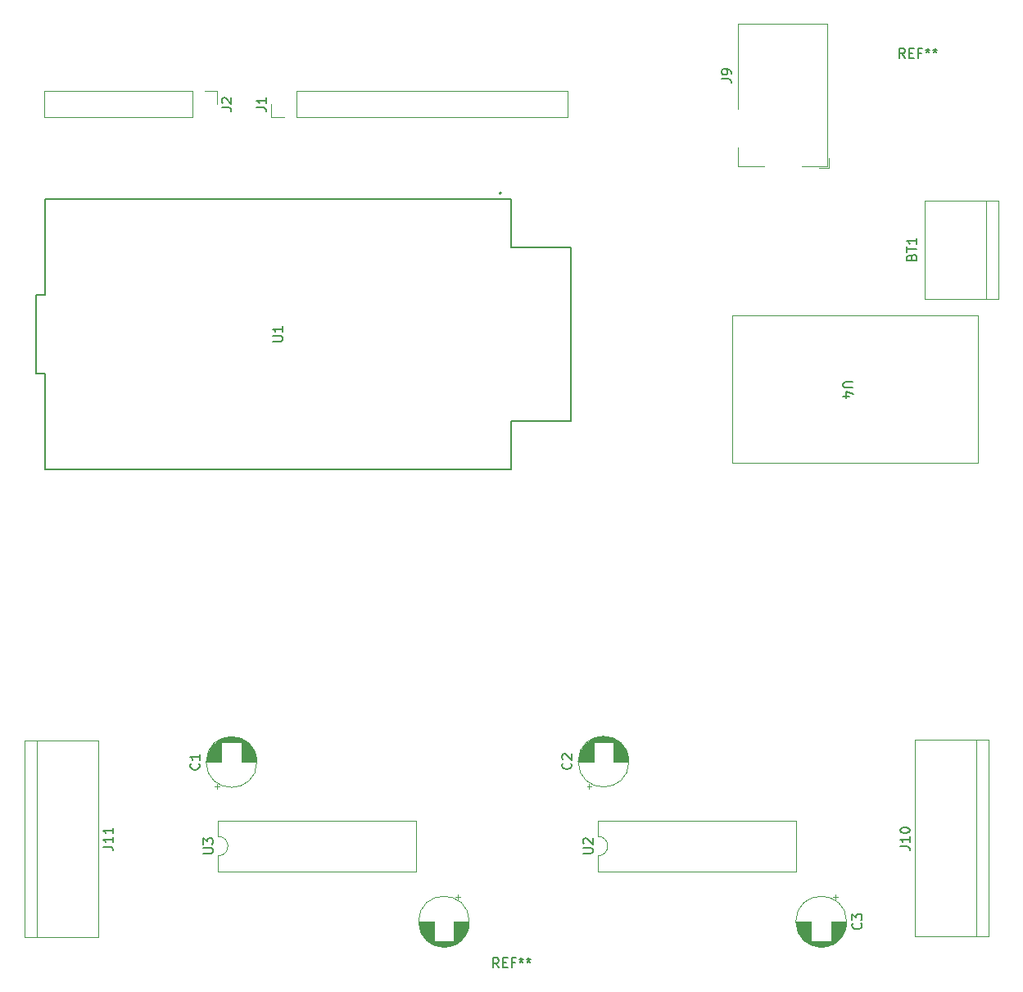
<source format=gbr>
%TF.GenerationSoftware,KiCad,Pcbnew,8.0.5*%
%TF.CreationDate,2024-09-23T14:05:06-05:00*%
%TF.ProjectId,LogicR,4c6f6769-6352-42e6-9b69-6361645f7063,rev?*%
%TF.SameCoordinates,Original*%
%TF.FileFunction,Legend,Top*%
%TF.FilePolarity,Positive*%
%FSLAX46Y46*%
G04 Gerber Fmt 4.6, Leading zero omitted, Abs format (unit mm)*
G04 Created by KiCad (PCBNEW 8.0.5) date 2024-09-23 14:05:06*
%MOMM*%
%LPD*%
G01*
G04 APERTURE LIST*
%ADD10C,0.150000*%
%ADD11C,0.120000*%
%ADD12C,0.127000*%
%ADD13C,0.200000*%
G04 APERTURE END LIST*
D10*
X107609580Y-121621778D02*
X107657200Y-121669397D01*
X107657200Y-121669397D02*
X107704819Y-121812254D01*
X107704819Y-121812254D02*
X107704819Y-121907492D01*
X107704819Y-121907492D02*
X107657200Y-122050349D01*
X107657200Y-122050349D02*
X107561961Y-122145587D01*
X107561961Y-122145587D02*
X107466723Y-122193206D01*
X107466723Y-122193206D02*
X107276247Y-122240825D01*
X107276247Y-122240825D02*
X107133390Y-122240825D01*
X107133390Y-122240825D02*
X106942914Y-122193206D01*
X106942914Y-122193206D02*
X106847676Y-122145587D01*
X106847676Y-122145587D02*
X106752438Y-122050349D01*
X106752438Y-122050349D02*
X106704819Y-121907492D01*
X106704819Y-121907492D02*
X106704819Y-121812254D01*
X106704819Y-121812254D02*
X106752438Y-121669397D01*
X106752438Y-121669397D02*
X106800057Y-121621778D01*
X106800057Y-121240825D02*
X106752438Y-121193206D01*
X106752438Y-121193206D02*
X106704819Y-121097968D01*
X106704819Y-121097968D02*
X106704819Y-120859873D01*
X106704819Y-120859873D02*
X106752438Y-120764635D01*
X106752438Y-120764635D02*
X106800057Y-120717016D01*
X106800057Y-120717016D02*
X106895295Y-120669397D01*
X106895295Y-120669397D02*
X106990533Y-120669397D01*
X106990533Y-120669397D02*
X107133390Y-120717016D01*
X107133390Y-120717016D02*
X107704819Y-121288444D01*
X107704819Y-121288444D02*
X107704819Y-120669397D01*
X123204819Y-50883333D02*
X123919104Y-50883333D01*
X123919104Y-50883333D02*
X124061961Y-50930952D01*
X124061961Y-50930952D02*
X124157200Y-51026190D01*
X124157200Y-51026190D02*
X124204819Y-51169047D01*
X124204819Y-51169047D02*
X124204819Y-51264285D01*
X124204819Y-50359523D02*
X124204819Y-50169047D01*
X124204819Y-50169047D02*
X124157200Y-50073809D01*
X124157200Y-50073809D02*
X124109580Y-50026190D01*
X124109580Y-50026190D02*
X123966723Y-49930952D01*
X123966723Y-49930952D02*
X123776247Y-49883333D01*
X123776247Y-49883333D02*
X123395295Y-49883333D01*
X123395295Y-49883333D02*
X123300057Y-49930952D01*
X123300057Y-49930952D02*
X123252438Y-49978571D01*
X123252438Y-49978571D02*
X123204819Y-50073809D01*
X123204819Y-50073809D02*
X123204819Y-50264285D01*
X123204819Y-50264285D02*
X123252438Y-50359523D01*
X123252438Y-50359523D02*
X123300057Y-50407142D01*
X123300057Y-50407142D02*
X123395295Y-50454761D01*
X123395295Y-50454761D02*
X123633390Y-50454761D01*
X123633390Y-50454761D02*
X123728628Y-50407142D01*
X123728628Y-50407142D02*
X123776247Y-50359523D01*
X123776247Y-50359523D02*
X123823866Y-50264285D01*
X123823866Y-50264285D02*
X123823866Y-50073809D01*
X123823866Y-50073809D02*
X123776247Y-49978571D01*
X123776247Y-49978571D02*
X123728628Y-49930952D01*
X123728628Y-49930952D02*
X123633390Y-49883333D01*
X69624819Y-130951904D02*
X70434342Y-130951904D01*
X70434342Y-130951904D02*
X70529580Y-130904285D01*
X70529580Y-130904285D02*
X70577200Y-130856666D01*
X70577200Y-130856666D02*
X70624819Y-130761428D01*
X70624819Y-130761428D02*
X70624819Y-130570952D01*
X70624819Y-130570952D02*
X70577200Y-130475714D01*
X70577200Y-130475714D02*
X70529580Y-130428095D01*
X70529580Y-130428095D02*
X70434342Y-130380476D01*
X70434342Y-130380476D02*
X69624819Y-130380476D01*
X69624819Y-129999523D02*
X69624819Y-129380476D01*
X69624819Y-129380476D02*
X70005771Y-129713809D01*
X70005771Y-129713809D02*
X70005771Y-129570952D01*
X70005771Y-129570952D02*
X70053390Y-129475714D01*
X70053390Y-129475714D02*
X70101009Y-129428095D01*
X70101009Y-129428095D02*
X70196247Y-129380476D01*
X70196247Y-129380476D02*
X70434342Y-129380476D01*
X70434342Y-129380476D02*
X70529580Y-129428095D01*
X70529580Y-129428095D02*
X70577200Y-129475714D01*
X70577200Y-129475714D02*
X70624819Y-129570952D01*
X70624819Y-129570952D02*
X70624819Y-129856666D01*
X70624819Y-129856666D02*
X70577200Y-129951904D01*
X70577200Y-129951904D02*
X70529580Y-129999523D01*
X69154468Y-121666666D02*
X69202088Y-121714285D01*
X69202088Y-121714285D02*
X69249707Y-121857142D01*
X69249707Y-121857142D02*
X69249707Y-121952380D01*
X69249707Y-121952380D02*
X69202088Y-122095237D01*
X69202088Y-122095237D02*
X69106849Y-122190475D01*
X69106849Y-122190475D02*
X69011611Y-122238094D01*
X69011611Y-122238094D02*
X68821135Y-122285713D01*
X68821135Y-122285713D02*
X68678278Y-122285713D01*
X68678278Y-122285713D02*
X68487802Y-122238094D01*
X68487802Y-122238094D02*
X68392564Y-122190475D01*
X68392564Y-122190475D02*
X68297326Y-122095237D01*
X68297326Y-122095237D02*
X68249707Y-121952380D01*
X68249707Y-121952380D02*
X68249707Y-121857142D01*
X68249707Y-121857142D02*
X68297326Y-121714285D01*
X68297326Y-121714285D02*
X68344945Y-121666666D01*
X69249707Y-120714285D02*
X69249707Y-121285713D01*
X69249707Y-120999999D02*
X68249707Y-120999999D01*
X68249707Y-120999999D02*
X68392564Y-121095237D01*
X68392564Y-121095237D02*
X68487802Y-121190475D01*
X68487802Y-121190475D02*
X68535421Y-121285713D01*
X100166666Y-142754819D02*
X99833333Y-142278628D01*
X99595238Y-142754819D02*
X99595238Y-141754819D01*
X99595238Y-141754819D02*
X99976190Y-141754819D01*
X99976190Y-141754819D02*
X100071428Y-141802438D01*
X100071428Y-141802438D02*
X100119047Y-141850057D01*
X100119047Y-141850057D02*
X100166666Y-141945295D01*
X100166666Y-141945295D02*
X100166666Y-142088152D01*
X100166666Y-142088152D02*
X100119047Y-142183390D01*
X100119047Y-142183390D02*
X100071428Y-142231009D01*
X100071428Y-142231009D02*
X99976190Y-142278628D01*
X99976190Y-142278628D02*
X99595238Y-142278628D01*
X100595238Y-142231009D02*
X100928571Y-142231009D01*
X101071428Y-142754819D02*
X100595238Y-142754819D01*
X100595238Y-142754819D02*
X100595238Y-141754819D01*
X100595238Y-141754819D02*
X101071428Y-141754819D01*
X101833333Y-142231009D02*
X101500000Y-142231009D01*
X101500000Y-142754819D02*
X101500000Y-141754819D01*
X101500000Y-141754819D02*
X101976190Y-141754819D01*
X102500000Y-141754819D02*
X102500000Y-141992914D01*
X102261905Y-141897676D02*
X102500000Y-141992914D01*
X102500000Y-141992914D02*
X102738095Y-141897676D01*
X102357143Y-142183390D02*
X102500000Y-141992914D01*
X102500000Y-141992914D02*
X102642857Y-142183390D01*
X103261905Y-141754819D02*
X103261905Y-141992914D01*
X103023810Y-141897676D02*
X103261905Y-141992914D01*
X103261905Y-141992914D02*
X103500000Y-141897676D01*
X103119048Y-142183390D02*
X103261905Y-141992914D01*
X103261905Y-141992914D02*
X103404762Y-142183390D01*
X59254819Y-130249523D02*
X59969104Y-130249523D01*
X59969104Y-130249523D02*
X60111961Y-130297142D01*
X60111961Y-130297142D02*
X60207200Y-130392380D01*
X60207200Y-130392380D02*
X60254819Y-130535237D01*
X60254819Y-130535237D02*
X60254819Y-130630475D01*
X60254819Y-129249523D02*
X60254819Y-129820951D01*
X60254819Y-129535237D02*
X59254819Y-129535237D01*
X59254819Y-129535237D02*
X59397676Y-129630475D01*
X59397676Y-129630475D02*
X59492914Y-129725713D01*
X59492914Y-129725713D02*
X59540533Y-129820951D01*
X60254819Y-128297142D02*
X60254819Y-128868570D01*
X60254819Y-128582856D02*
X59254819Y-128582856D01*
X59254819Y-128582856D02*
X59397676Y-128678094D01*
X59397676Y-128678094D02*
X59492914Y-128773332D01*
X59492914Y-128773332D02*
X59540533Y-128868570D01*
X136775180Y-82238095D02*
X135965657Y-82238095D01*
X135965657Y-82238095D02*
X135870419Y-82285714D01*
X135870419Y-82285714D02*
X135822800Y-82333333D01*
X135822800Y-82333333D02*
X135775180Y-82428571D01*
X135775180Y-82428571D02*
X135775180Y-82619047D01*
X135775180Y-82619047D02*
X135822800Y-82714285D01*
X135822800Y-82714285D02*
X135870419Y-82761904D01*
X135870419Y-82761904D02*
X135965657Y-82809523D01*
X135965657Y-82809523D02*
X136775180Y-82809523D01*
X136441847Y-83714285D02*
X135775180Y-83714285D01*
X136822800Y-83476190D02*
X136108514Y-83238095D01*
X136108514Y-83238095D02*
X136108514Y-83857142D01*
X75124819Y-53833333D02*
X75839104Y-53833333D01*
X75839104Y-53833333D02*
X75981961Y-53880952D01*
X75981961Y-53880952D02*
X76077200Y-53976190D01*
X76077200Y-53976190D02*
X76124819Y-54119047D01*
X76124819Y-54119047D02*
X76124819Y-54214285D01*
X76124819Y-52833333D02*
X76124819Y-53404761D01*
X76124819Y-53119047D02*
X75124819Y-53119047D01*
X75124819Y-53119047D02*
X75267676Y-53214285D01*
X75267676Y-53214285D02*
X75362914Y-53309523D01*
X75362914Y-53309523D02*
X75410533Y-53404761D01*
X137609580Y-138166666D02*
X137657200Y-138214285D01*
X137657200Y-138214285D02*
X137704819Y-138357142D01*
X137704819Y-138357142D02*
X137704819Y-138452380D01*
X137704819Y-138452380D02*
X137657200Y-138595237D01*
X137657200Y-138595237D02*
X137561961Y-138690475D01*
X137561961Y-138690475D02*
X137466723Y-138738094D01*
X137466723Y-138738094D02*
X137276247Y-138785713D01*
X137276247Y-138785713D02*
X137133390Y-138785713D01*
X137133390Y-138785713D02*
X136942914Y-138738094D01*
X136942914Y-138738094D02*
X136847676Y-138690475D01*
X136847676Y-138690475D02*
X136752438Y-138595237D01*
X136752438Y-138595237D02*
X136704819Y-138452380D01*
X136704819Y-138452380D02*
X136704819Y-138357142D01*
X136704819Y-138357142D02*
X136752438Y-138214285D01*
X136752438Y-138214285D02*
X136800057Y-138166666D01*
X136704819Y-137833332D02*
X136704819Y-137214285D01*
X136704819Y-137214285D02*
X137085771Y-137547618D01*
X137085771Y-137547618D02*
X137085771Y-137404761D01*
X137085771Y-137404761D02*
X137133390Y-137309523D01*
X137133390Y-137309523D02*
X137181009Y-137261904D01*
X137181009Y-137261904D02*
X137276247Y-137214285D01*
X137276247Y-137214285D02*
X137514342Y-137214285D01*
X137514342Y-137214285D02*
X137609580Y-137261904D01*
X137609580Y-137261904D02*
X137657200Y-137309523D01*
X137657200Y-137309523D02*
X137704819Y-137404761D01*
X137704819Y-137404761D02*
X137704819Y-137690475D01*
X137704819Y-137690475D02*
X137657200Y-137785713D01*
X137657200Y-137785713D02*
X137609580Y-137833332D01*
X142851009Y-69325714D02*
X142898628Y-69182857D01*
X142898628Y-69182857D02*
X142946247Y-69135238D01*
X142946247Y-69135238D02*
X143041485Y-69087619D01*
X143041485Y-69087619D02*
X143184342Y-69087619D01*
X143184342Y-69087619D02*
X143279580Y-69135238D01*
X143279580Y-69135238D02*
X143327200Y-69182857D01*
X143327200Y-69182857D02*
X143374819Y-69278095D01*
X143374819Y-69278095D02*
X143374819Y-69659047D01*
X143374819Y-69659047D02*
X142374819Y-69659047D01*
X142374819Y-69659047D02*
X142374819Y-69325714D01*
X142374819Y-69325714D02*
X142422438Y-69230476D01*
X142422438Y-69230476D02*
X142470057Y-69182857D01*
X142470057Y-69182857D02*
X142565295Y-69135238D01*
X142565295Y-69135238D02*
X142660533Y-69135238D01*
X142660533Y-69135238D02*
X142755771Y-69182857D01*
X142755771Y-69182857D02*
X142803390Y-69230476D01*
X142803390Y-69230476D02*
X142851009Y-69325714D01*
X142851009Y-69325714D02*
X142851009Y-69659047D01*
X142374819Y-68801904D02*
X142374819Y-68230476D01*
X143374819Y-68516190D02*
X142374819Y-68516190D01*
X143374819Y-67373333D02*
X143374819Y-67944761D01*
X143374819Y-67659047D02*
X142374819Y-67659047D01*
X142374819Y-67659047D02*
X142517676Y-67754285D01*
X142517676Y-67754285D02*
X142612914Y-67849523D01*
X142612914Y-67849523D02*
X142660533Y-67944761D01*
X141654819Y-130209523D02*
X142369104Y-130209523D01*
X142369104Y-130209523D02*
X142511961Y-130257142D01*
X142511961Y-130257142D02*
X142607200Y-130352380D01*
X142607200Y-130352380D02*
X142654819Y-130495237D01*
X142654819Y-130495237D02*
X142654819Y-130590475D01*
X142654819Y-129209523D02*
X142654819Y-129780951D01*
X142654819Y-129495237D02*
X141654819Y-129495237D01*
X141654819Y-129495237D02*
X141797676Y-129590475D01*
X141797676Y-129590475D02*
X141892914Y-129685713D01*
X141892914Y-129685713D02*
X141940533Y-129780951D01*
X141654819Y-128590475D02*
X141654819Y-128495237D01*
X141654819Y-128495237D02*
X141702438Y-128399999D01*
X141702438Y-128399999D02*
X141750057Y-128352380D01*
X141750057Y-128352380D02*
X141845295Y-128304761D01*
X141845295Y-128304761D02*
X142035771Y-128257142D01*
X142035771Y-128257142D02*
X142273866Y-128257142D01*
X142273866Y-128257142D02*
X142464342Y-128304761D01*
X142464342Y-128304761D02*
X142559580Y-128352380D01*
X142559580Y-128352380D02*
X142607200Y-128399999D01*
X142607200Y-128399999D02*
X142654819Y-128495237D01*
X142654819Y-128495237D02*
X142654819Y-128590475D01*
X142654819Y-128590475D02*
X142607200Y-128685713D01*
X142607200Y-128685713D02*
X142559580Y-128733332D01*
X142559580Y-128733332D02*
X142464342Y-128780951D01*
X142464342Y-128780951D02*
X142273866Y-128828570D01*
X142273866Y-128828570D02*
X142035771Y-128828570D01*
X142035771Y-128828570D02*
X141845295Y-128780951D01*
X141845295Y-128780951D02*
X141750057Y-128733332D01*
X141750057Y-128733332D02*
X141702438Y-128685713D01*
X141702438Y-128685713D02*
X141654819Y-128590475D01*
X142166666Y-48754819D02*
X141833333Y-48278628D01*
X141595238Y-48754819D02*
X141595238Y-47754819D01*
X141595238Y-47754819D02*
X141976190Y-47754819D01*
X141976190Y-47754819D02*
X142071428Y-47802438D01*
X142071428Y-47802438D02*
X142119047Y-47850057D01*
X142119047Y-47850057D02*
X142166666Y-47945295D01*
X142166666Y-47945295D02*
X142166666Y-48088152D01*
X142166666Y-48088152D02*
X142119047Y-48183390D01*
X142119047Y-48183390D02*
X142071428Y-48231009D01*
X142071428Y-48231009D02*
X141976190Y-48278628D01*
X141976190Y-48278628D02*
X141595238Y-48278628D01*
X142595238Y-48231009D02*
X142928571Y-48231009D01*
X143071428Y-48754819D02*
X142595238Y-48754819D01*
X142595238Y-48754819D02*
X142595238Y-47754819D01*
X142595238Y-47754819D02*
X143071428Y-47754819D01*
X143833333Y-48231009D02*
X143500000Y-48231009D01*
X143500000Y-48754819D02*
X143500000Y-47754819D01*
X143500000Y-47754819D02*
X143976190Y-47754819D01*
X144500000Y-47754819D02*
X144500000Y-47992914D01*
X144261905Y-47897676D02*
X144500000Y-47992914D01*
X144500000Y-47992914D02*
X144738095Y-47897676D01*
X144357143Y-48183390D02*
X144500000Y-47992914D01*
X144500000Y-47992914D02*
X144642857Y-48183390D01*
X145261905Y-47754819D02*
X145261905Y-47992914D01*
X145023810Y-47897676D02*
X145261905Y-47992914D01*
X145261905Y-47992914D02*
X145500000Y-47897676D01*
X145119048Y-48183390D02*
X145261905Y-47992914D01*
X145261905Y-47992914D02*
X145404762Y-48183390D01*
X108884819Y-130951904D02*
X109694342Y-130951904D01*
X109694342Y-130951904D02*
X109789580Y-130904285D01*
X109789580Y-130904285D02*
X109837200Y-130856666D01*
X109837200Y-130856666D02*
X109884819Y-130761428D01*
X109884819Y-130761428D02*
X109884819Y-130570952D01*
X109884819Y-130570952D02*
X109837200Y-130475714D01*
X109837200Y-130475714D02*
X109789580Y-130428095D01*
X109789580Y-130428095D02*
X109694342Y-130380476D01*
X109694342Y-130380476D02*
X108884819Y-130380476D01*
X108980057Y-129951904D02*
X108932438Y-129904285D01*
X108932438Y-129904285D02*
X108884819Y-129809047D01*
X108884819Y-129809047D02*
X108884819Y-129570952D01*
X108884819Y-129570952D02*
X108932438Y-129475714D01*
X108932438Y-129475714D02*
X108980057Y-129428095D01*
X108980057Y-129428095D02*
X109075295Y-129380476D01*
X109075295Y-129380476D02*
X109170533Y-129380476D01*
X109170533Y-129380476D02*
X109313390Y-129428095D01*
X109313390Y-129428095D02*
X109884819Y-129999523D01*
X109884819Y-129999523D02*
X109884819Y-129380476D01*
X76804819Y-78034404D02*
X77614342Y-78034404D01*
X77614342Y-78034404D02*
X77709580Y-77986785D01*
X77709580Y-77986785D02*
X77757200Y-77939166D01*
X77757200Y-77939166D02*
X77804819Y-77843928D01*
X77804819Y-77843928D02*
X77804819Y-77653452D01*
X77804819Y-77653452D02*
X77757200Y-77558214D01*
X77757200Y-77558214D02*
X77709580Y-77510595D01*
X77709580Y-77510595D02*
X77614342Y-77462976D01*
X77614342Y-77462976D02*
X76804819Y-77462976D01*
X77804819Y-76462976D02*
X77804819Y-77034404D01*
X77804819Y-76748690D02*
X76804819Y-76748690D01*
X76804819Y-76748690D02*
X76947676Y-76843928D01*
X76947676Y-76843928D02*
X77042914Y-76939166D01*
X77042914Y-76939166D02*
X77090533Y-77034404D01*
X71524819Y-53833333D02*
X72239104Y-53833333D01*
X72239104Y-53833333D02*
X72381961Y-53880952D01*
X72381961Y-53880952D02*
X72477200Y-53976190D01*
X72477200Y-53976190D02*
X72524819Y-54119047D01*
X72524819Y-54119047D02*
X72524819Y-54214285D01*
X71620057Y-53404761D02*
X71572438Y-53357142D01*
X71572438Y-53357142D02*
X71524819Y-53261904D01*
X71524819Y-53261904D02*
X71524819Y-53023809D01*
X71524819Y-53023809D02*
X71572438Y-52928571D01*
X71572438Y-52928571D02*
X71620057Y-52880952D01*
X71620057Y-52880952D02*
X71715295Y-52833333D01*
X71715295Y-52833333D02*
X71810533Y-52833333D01*
X71810533Y-52833333D02*
X71953390Y-52880952D01*
X71953390Y-52880952D02*
X72524819Y-53452380D01*
X72524819Y-53452380D02*
X72524819Y-52833333D01*
D11*
%TO.C,C4*%
X93460000Y-138000000D02*
X91920000Y-138000000D01*
X93460000Y-138040000D02*
X91920000Y-138040000D01*
X93460000Y-138080000D02*
X91921000Y-138080000D01*
X93460000Y-138120000D02*
X91922000Y-138120000D01*
X93460000Y-138160000D02*
X91924000Y-138160000D01*
X93460000Y-138200000D02*
X91927000Y-138200000D01*
X93460000Y-138240000D02*
X91931000Y-138240000D01*
X93460000Y-138280000D02*
X91935000Y-138280000D01*
X93460000Y-138320000D02*
X91939000Y-138320000D01*
X93460000Y-138360000D02*
X91944000Y-138360000D01*
X93460000Y-138400000D02*
X91950000Y-138400000D01*
X93460000Y-138440000D02*
X91957000Y-138440000D01*
X93460000Y-138480000D02*
X91964000Y-138480000D01*
X93460000Y-138520000D02*
X91972000Y-138520000D01*
X93460000Y-138560000D02*
X91980000Y-138560000D01*
X93460000Y-138600000D02*
X91989000Y-138600000D01*
X93460000Y-138640000D02*
X91999000Y-138640000D01*
X93460000Y-138680000D02*
X92009000Y-138680000D01*
X93460000Y-138721000D02*
X92020000Y-138721000D01*
X93460000Y-138761000D02*
X92032000Y-138761000D01*
X93460000Y-138801000D02*
X92045000Y-138801000D01*
X93460000Y-138841000D02*
X92058000Y-138841000D01*
X93460000Y-138881000D02*
X92072000Y-138881000D01*
X93460000Y-138921000D02*
X92086000Y-138921000D01*
X93460000Y-138961000D02*
X92102000Y-138961000D01*
X93460000Y-139001000D02*
X92118000Y-139001000D01*
X93460000Y-139041000D02*
X92135000Y-139041000D01*
X93460000Y-139081000D02*
X92152000Y-139081000D01*
X93460000Y-139121000D02*
X92171000Y-139121000D01*
X93460000Y-139161000D02*
X92190000Y-139161000D01*
X93460000Y-139201000D02*
X92210000Y-139201000D01*
X93460000Y-139241000D02*
X92232000Y-139241000D01*
X93460000Y-139281000D02*
X92253000Y-139281000D01*
X93460000Y-139321000D02*
X92276000Y-139321000D01*
X93460000Y-139361000D02*
X92300000Y-139361000D01*
X93460000Y-139401000D02*
X92325000Y-139401000D01*
X93460000Y-139441000D02*
X92351000Y-139441000D01*
X93460000Y-139481000D02*
X92378000Y-139481000D01*
X93460000Y-139521000D02*
X92405000Y-139521000D01*
X93460000Y-139561000D02*
X92435000Y-139561000D01*
X93460000Y-139601000D02*
X92465000Y-139601000D01*
X93460000Y-139641000D02*
X92496000Y-139641000D01*
X93460000Y-139681000D02*
X92529000Y-139681000D01*
X93460000Y-139721000D02*
X92563000Y-139721000D01*
X93460000Y-139761000D02*
X92599000Y-139761000D01*
X93460000Y-139801000D02*
X92636000Y-139801000D01*
X93460000Y-139841000D02*
X92674000Y-139841000D01*
X93460000Y-139881000D02*
X92715000Y-139881000D01*
X93460000Y-139921000D02*
X92757000Y-139921000D01*
X93460000Y-139961000D02*
X92801000Y-139961000D01*
X93460000Y-140001000D02*
X92847000Y-140001000D01*
X94784000Y-140601000D02*
X94216000Y-140601000D01*
X95018000Y-140561000D02*
X93982000Y-140561000D01*
X95177000Y-140521000D02*
X93823000Y-140521000D01*
X95305000Y-140481000D02*
X93695000Y-140481000D01*
X95415000Y-140441000D02*
X93585000Y-140441000D01*
X95511000Y-140401000D02*
X93489000Y-140401000D01*
X95598000Y-140361000D02*
X93402000Y-140361000D01*
X95678000Y-140321000D02*
X93322000Y-140321000D01*
X95751000Y-140281000D02*
X93249000Y-140281000D01*
X95819000Y-140241000D02*
X93181000Y-140241000D01*
X95883000Y-140201000D02*
X93117000Y-140201000D01*
X95943000Y-140161000D02*
X93057000Y-140161000D01*
X95975000Y-135195225D02*
X95975000Y-135695225D01*
X96000000Y-140121000D02*
X93000000Y-140121000D01*
X96054000Y-140081000D02*
X92946000Y-140081000D01*
X96105000Y-140041000D02*
X92895000Y-140041000D01*
X96153000Y-140001000D02*
X95540000Y-140001000D01*
X96199000Y-139961000D02*
X95540000Y-139961000D01*
X96225000Y-135445225D02*
X95725000Y-135445225D01*
X96243000Y-139921000D02*
X95540000Y-139921000D01*
X96285000Y-139881000D02*
X95540000Y-139881000D01*
X96326000Y-139841000D02*
X95540000Y-139841000D01*
X96364000Y-139801000D02*
X95540000Y-139801000D01*
X96401000Y-139761000D02*
X95540000Y-139761000D01*
X96437000Y-139721000D02*
X95540000Y-139721000D01*
X96471000Y-139681000D02*
X95540000Y-139681000D01*
X96504000Y-139641000D02*
X95540000Y-139641000D01*
X96535000Y-139601000D02*
X95540000Y-139601000D01*
X96565000Y-139561000D02*
X95540000Y-139561000D01*
X96595000Y-139521000D02*
X95540000Y-139521000D01*
X96622000Y-139481000D02*
X95540000Y-139481000D01*
X96649000Y-139441000D02*
X95540000Y-139441000D01*
X96675000Y-139401000D02*
X95540000Y-139401000D01*
X96700000Y-139361000D02*
X95540000Y-139361000D01*
X96724000Y-139321000D02*
X95540000Y-139321000D01*
X96747000Y-139281000D02*
X95540000Y-139281000D01*
X96768000Y-139241000D02*
X95540000Y-139241000D01*
X96790000Y-139201000D02*
X95540000Y-139201000D01*
X96810000Y-139161000D02*
X95540000Y-139161000D01*
X96829000Y-139121000D02*
X95540000Y-139121000D01*
X96848000Y-139081000D02*
X95540000Y-139081000D01*
X96865000Y-139041000D02*
X95540000Y-139041000D01*
X96882000Y-139001000D02*
X95540000Y-139001000D01*
X96898000Y-138961000D02*
X95540000Y-138961000D01*
X96914000Y-138921000D02*
X95540000Y-138921000D01*
X96928000Y-138881000D02*
X95540000Y-138881000D01*
X96942000Y-138841000D02*
X95540000Y-138841000D01*
X96955000Y-138801000D02*
X95540000Y-138801000D01*
X96968000Y-138761000D02*
X95540000Y-138761000D01*
X96980000Y-138721000D02*
X95540000Y-138721000D01*
X96991000Y-138680000D02*
X95540000Y-138680000D01*
X97001000Y-138640000D02*
X95540000Y-138640000D01*
X97011000Y-138600000D02*
X95540000Y-138600000D01*
X97020000Y-138560000D02*
X95540000Y-138560000D01*
X97028000Y-138520000D02*
X95540000Y-138520000D01*
X97036000Y-138480000D02*
X95540000Y-138480000D01*
X97043000Y-138440000D02*
X95540000Y-138440000D01*
X97050000Y-138400000D02*
X95540000Y-138400000D01*
X97056000Y-138360000D02*
X95540000Y-138360000D01*
X97061000Y-138320000D02*
X95540000Y-138320000D01*
X97065000Y-138280000D02*
X95540000Y-138280000D01*
X97069000Y-138240000D02*
X95540000Y-138240000D01*
X97073000Y-138200000D02*
X95540000Y-138200000D01*
X97076000Y-138160000D02*
X95540000Y-138160000D01*
X97078000Y-138120000D02*
X95540000Y-138120000D01*
X97079000Y-138080000D02*
X95540000Y-138080000D01*
X97080000Y-138000000D02*
X95540000Y-138000000D01*
X97080000Y-138040000D02*
X95540000Y-138040000D01*
X97120000Y-138000000D02*
G75*
G02*
X91880000Y-138000000I-2620000J0D01*
G01*
X91880000Y-138000000D02*
G75*
G02*
X97120000Y-138000000I2620000J0D01*
G01*
%TO.C,C2*%
X108420000Y-121415112D02*
X109960000Y-121415112D01*
X108420000Y-121455112D02*
X109960000Y-121455112D01*
X108421000Y-121375112D02*
X109960000Y-121375112D01*
X108422000Y-121335112D02*
X109960000Y-121335112D01*
X108424000Y-121295112D02*
X109960000Y-121295112D01*
X108427000Y-121255112D02*
X109960000Y-121255112D01*
X108431000Y-121215112D02*
X109960000Y-121215112D01*
X108435000Y-121175112D02*
X109960000Y-121175112D01*
X108439000Y-121135112D02*
X109960000Y-121135112D01*
X108444000Y-121095112D02*
X109960000Y-121095112D01*
X108450000Y-121055112D02*
X109960000Y-121055112D01*
X108457000Y-121015112D02*
X109960000Y-121015112D01*
X108464000Y-120975112D02*
X109960000Y-120975112D01*
X108472000Y-120935112D02*
X109960000Y-120935112D01*
X108480000Y-120895112D02*
X109960000Y-120895112D01*
X108489000Y-120855112D02*
X109960000Y-120855112D01*
X108499000Y-120815112D02*
X109960000Y-120815112D01*
X108509000Y-120775112D02*
X109960000Y-120775112D01*
X108520000Y-120734112D02*
X109960000Y-120734112D01*
X108532000Y-120694112D02*
X109960000Y-120694112D01*
X108545000Y-120654112D02*
X109960000Y-120654112D01*
X108558000Y-120614112D02*
X109960000Y-120614112D01*
X108572000Y-120574112D02*
X109960000Y-120574112D01*
X108586000Y-120534112D02*
X109960000Y-120534112D01*
X108602000Y-120494112D02*
X109960000Y-120494112D01*
X108618000Y-120454112D02*
X109960000Y-120454112D01*
X108635000Y-120414112D02*
X109960000Y-120414112D01*
X108652000Y-120374112D02*
X109960000Y-120374112D01*
X108671000Y-120334112D02*
X109960000Y-120334112D01*
X108690000Y-120294112D02*
X109960000Y-120294112D01*
X108710000Y-120254112D02*
X109960000Y-120254112D01*
X108732000Y-120214112D02*
X109960000Y-120214112D01*
X108753000Y-120174112D02*
X109960000Y-120174112D01*
X108776000Y-120134112D02*
X109960000Y-120134112D01*
X108800000Y-120094112D02*
X109960000Y-120094112D01*
X108825000Y-120054112D02*
X109960000Y-120054112D01*
X108851000Y-120014112D02*
X109960000Y-120014112D01*
X108878000Y-119974112D02*
X109960000Y-119974112D01*
X108905000Y-119934112D02*
X109960000Y-119934112D01*
X108935000Y-119894112D02*
X109960000Y-119894112D01*
X108965000Y-119854112D02*
X109960000Y-119854112D01*
X108996000Y-119814112D02*
X109960000Y-119814112D01*
X109029000Y-119774112D02*
X109960000Y-119774112D01*
X109063000Y-119734112D02*
X109960000Y-119734112D01*
X109099000Y-119694112D02*
X109960000Y-119694112D01*
X109136000Y-119654112D02*
X109960000Y-119654112D01*
X109174000Y-119614112D02*
X109960000Y-119614112D01*
X109215000Y-119574112D02*
X109960000Y-119574112D01*
X109257000Y-119534112D02*
X109960000Y-119534112D01*
X109275000Y-124009887D02*
X109775000Y-124009887D01*
X109301000Y-119494112D02*
X109960000Y-119494112D01*
X109347000Y-119454112D02*
X109960000Y-119454112D01*
X109395000Y-119414112D02*
X112605000Y-119414112D01*
X109446000Y-119374112D02*
X112554000Y-119374112D01*
X109500000Y-119334112D02*
X112500000Y-119334112D01*
X109525000Y-124259887D02*
X109525000Y-123759887D01*
X109557000Y-119294112D02*
X112443000Y-119294112D01*
X109617000Y-119254112D02*
X112383000Y-119254112D01*
X109681000Y-119214112D02*
X112319000Y-119214112D01*
X109749000Y-119174112D02*
X112251000Y-119174112D01*
X109822000Y-119134112D02*
X112178000Y-119134112D01*
X109902000Y-119094112D02*
X112098000Y-119094112D01*
X109989000Y-119054112D02*
X112011000Y-119054112D01*
X110085000Y-119014112D02*
X111915000Y-119014112D01*
X110195000Y-118974112D02*
X111805000Y-118974112D01*
X110323000Y-118934112D02*
X111677000Y-118934112D01*
X110482000Y-118894112D02*
X111518000Y-118894112D01*
X110716000Y-118854112D02*
X111284000Y-118854112D01*
X112040000Y-119454112D02*
X112653000Y-119454112D01*
X112040000Y-119494112D02*
X112699000Y-119494112D01*
X112040000Y-119534112D02*
X112743000Y-119534112D01*
X112040000Y-119574112D02*
X112785000Y-119574112D01*
X112040000Y-119614112D02*
X112826000Y-119614112D01*
X112040000Y-119654112D02*
X112864000Y-119654112D01*
X112040000Y-119694112D02*
X112901000Y-119694112D01*
X112040000Y-119734112D02*
X112937000Y-119734112D01*
X112040000Y-119774112D02*
X112971000Y-119774112D01*
X112040000Y-119814112D02*
X113004000Y-119814112D01*
X112040000Y-119854112D02*
X113035000Y-119854112D01*
X112040000Y-119894112D02*
X113065000Y-119894112D01*
X112040000Y-119934112D02*
X113095000Y-119934112D01*
X112040000Y-119974112D02*
X113122000Y-119974112D01*
X112040000Y-120014112D02*
X113149000Y-120014112D01*
X112040000Y-120054112D02*
X113175000Y-120054112D01*
X112040000Y-120094112D02*
X113200000Y-120094112D01*
X112040000Y-120134112D02*
X113224000Y-120134112D01*
X112040000Y-120174112D02*
X113247000Y-120174112D01*
X112040000Y-120214112D02*
X113268000Y-120214112D01*
X112040000Y-120254112D02*
X113290000Y-120254112D01*
X112040000Y-120294112D02*
X113310000Y-120294112D01*
X112040000Y-120334112D02*
X113329000Y-120334112D01*
X112040000Y-120374112D02*
X113348000Y-120374112D01*
X112040000Y-120414112D02*
X113365000Y-120414112D01*
X112040000Y-120454112D02*
X113382000Y-120454112D01*
X112040000Y-120494112D02*
X113398000Y-120494112D01*
X112040000Y-120534112D02*
X113414000Y-120534112D01*
X112040000Y-120574112D02*
X113428000Y-120574112D01*
X112040000Y-120614112D02*
X113442000Y-120614112D01*
X112040000Y-120654112D02*
X113455000Y-120654112D01*
X112040000Y-120694112D02*
X113468000Y-120694112D01*
X112040000Y-120734112D02*
X113480000Y-120734112D01*
X112040000Y-120775112D02*
X113491000Y-120775112D01*
X112040000Y-120815112D02*
X113501000Y-120815112D01*
X112040000Y-120855112D02*
X113511000Y-120855112D01*
X112040000Y-120895112D02*
X113520000Y-120895112D01*
X112040000Y-120935112D02*
X113528000Y-120935112D01*
X112040000Y-120975112D02*
X113536000Y-120975112D01*
X112040000Y-121015112D02*
X113543000Y-121015112D01*
X112040000Y-121055112D02*
X113550000Y-121055112D01*
X112040000Y-121095112D02*
X113556000Y-121095112D01*
X112040000Y-121135112D02*
X113561000Y-121135112D01*
X112040000Y-121175112D02*
X113565000Y-121175112D01*
X112040000Y-121215112D02*
X113569000Y-121215112D01*
X112040000Y-121255112D02*
X113573000Y-121255112D01*
X112040000Y-121295112D02*
X113576000Y-121295112D01*
X112040000Y-121335112D02*
X113578000Y-121335112D01*
X112040000Y-121375112D02*
X113579000Y-121375112D01*
X112040000Y-121415112D02*
X113580000Y-121415112D01*
X112040000Y-121455112D02*
X113580000Y-121455112D01*
X113620000Y-121455112D02*
G75*
G02*
X108380000Y-121455112I-2620000J0D01*
G01*
X108380000Y-121455112D02*
G75*
G02*
X113620000Y-121455112I2620000J0D01*
G01*
%TO.C,J9*%
X124900000Y-45200000D02*
X134100000Y-45200000D01*
X124900000Y-54000000D02*
X124900000Y-45200000D01*
X124900000Y-59900000D02*
X124900000Y-58000000D01*
X127600000Y-59900000D02*
X124900000Y-59900000D01*
X133250000Y-60100000D02*
X134300000Y-60100000D01*
X134100000Y-45200000D02*
X134100000Y-59900000D01*
X134100000Y-59900000D02*
X131500000Y-59900000D01*
X134300000Y-59050000D02*
X134300000Y-60100000D01*
%TO.C,U3*%
X71170000Y-127540000D02*
X71170000Y-129190000D01*
X71170000Y-131190000D02*
X71170000Y-132840000D01*
X71170000Y-132840000D02*
X91610000Y-132840000D01*
X91610000Y-127540000D02*
X71170000Y-127540000D01*
X91610000Y-132840000D02*
X91610000Y-127540000D01*
X71170000Y-129190000D02*
G75*
G02*
X71170000Y-131190000I0J-1000000D01*
G01*
%TO.C,C1*%
X69964888Y-121460000D02*
X71504888Y-121460000D01*
X69964888Y-121500000D02*
X71504888Y-121500000D01*
X69965888Y-121420000D02*
X71504888Y-121420000D01*
X69966888Y-121380000D02*
X71504888Y-121380000D01*
X69968888Y-121340000D02*
X71504888Y-121340000D01*
X69971888Y-121300000D02*
X71504888Y-121300000D01*
X69975888Y-121260000D02*
X71504888Y-121260000D01*
X69979888Y-121220000D02*
X71504888Y-121220000D01*
X69983888Y-121180000D02*
X71504888Y-121180000D01*
X69988888Y-121140000D02*
X71504888Y-121140000D01*
X69994888Y-121100000D02*
X71504888Y-121100000D01*
X70001888Y-121060000D02*
X71504888Y-121060000D01*
X70008888Y-121020000D02*
X71504888Y-121020000D01*
X70016888Y-120980000D02*
X71504888Y-120980000D01*
X70024888Y-120940000D02*
X71504888Y-120940000D01*
X70033888Y-120900000D02*
X71504888Y-120900000D01*
X70043888Y-120860000D02*
X71504888Y-120860000D01*
X70053888Y-120820000D02*
X71504888Y-120820000D01*
X70064888Y-120779000D02*
X71504888Y-120779000D01*
X70076888Y-120739000D02*
X71504888Y-120739000D01*
X70089888Y-120699000D02*
X71504888Y-120699000D01*
X70102888Y-120659000D02*
X71504888Y-120659000D01*
X70116888Y-120619000D02*
X71504888Y-120619000D01*
X70130888Y-120579000D02*
X71504888Y-120579000D01*
X70146888Y-120539000D02*
X71504888Y-120539000D01*
X70162888Y-120499000D02*
X71504888Y-120499000D01*
X70179888Y-120459000D02*
X71504888Y-120459000D01*
X70196888Y-120419000D02*
X71504888Y-120419000D01*
X70215888Y-120379000D02*
X71504888Y-120379000D01*
X70234888Y-120339000D02*
X71504888Y-120339000D01*
X70254888Y-120299000D02*
X71504888Y-120299000D01*
X70276888Y-120259000D02*
X71504888Y-120259000D01*
X70297888Y-120219000D02*
X71504888Y-120219000D01*
X70320888Y-120179000D02*
X71504888Y-120179000D01*
X70344888Y-120139000D02*
X71504888Y-120139000D01*
X70369888Y-120099000D02*
X71504888Y-120099000D01*
X70395888Y-120059000D02*
X71504888Y-120059000D01*
X70422888Y-120019000D02*
X71504888Y-120019000D01*
X70449888Y-119979000D02*
X71504888Y-119979000D01*
X70479888Y-119939000D02*
X71504888Y-119939000D01*
X70509888Y-119899000D02*
X71504888Y-119899000D01*
X70540888Y-119859000D02*
X71504888Y-119859000D01*
X70573888Y-119819000D02*
X71504888Y-119819000D01*
X70607888Y-119779000D02*
X71504888Y-119779000D01*
X70643888Y-119739000D02*
X71504888Y-119739000D01*
X70680888Y-119699000D02*
X71504888Y-119699000D01*
X70718888Y-119659000D02*
X71504888Y-119659000D01*
X70759888Y-119619000D02*
X71504888Y-119619000D01*
X70801888Y-119579000D02*
X71504888Y-119579000D01*
X70819888Y-124054775D02*
X71319888Y-124054775D01*
X70845888Y-119539000D02*
X71504888Y-119539000D01*
X70891888Y-119499000D02*
X71504888Y-119499000D01*
X70939888Y-119459000D02*
X74149888Y-119459000D01*
X70990888Y-119419000D02*
X74098888Y-119419000D01*
X71044888Y-119379000D02*
X74044888Y-119379000D01*
X71069888Y-124304775D02*
X71069888Y-123804775D01*
X71101888Y-119339000D02*
X73987888Y-119339000D01*
X71161888Y-119299000D02*
X73927888Y-119299000D01*
X71225888Y-119259000D02*
X73863888Y-119259000D01*
X71293888Y-119219000D02*
X73795888Y-119219000D01*
X71366888Y-119179000D02*
X73722888Y-119179000D01*
X71446888Y-119139000D02*
X73642888Y-119139000D01*
X71533888Y-119099000D02*
X73555888Y-119099000D01*
X71629888Y-119059000D02*
X73459888Y-119059000D01*
X71739888Y-119019000D02*
X73349888Y-119019000D01*
X71867888Y-118979000D02*
X73221888Y-118979000D01*
X72026888Y-118939000D02*
X73062888Y-118939000D01*
X72260888Y-118899000D02*
X72828888Y-118899000D01*
X73584888Y-119499000D02*
X74197888Y-119499000D01*
X73584888Y-119539000D02*
X74243888Y-119539000D01*
X73584888Y-119579000D02*
X74287888Y-119579000D01*
X73584888Y-119619000D02*
X74329888Y-119619000D01*
X73584888Y-119659000D02*
X74370888Y-119659000D01*
X73584888Y-119699000D02*
X74408888Y-119699000D01*
X73584888Y-119739000D02*
X74445888Y-119739000D01*
X73584888Y-119779000D02*
X74481888Y-119779000D01*
X73584888Y-119819000D02*
X74515888Y-119819000D01*
X73584888Y-119859000D02*
X74548888Y-119859000D01*
X73584888Y-119899000D02*
X74579888Y-119899000D01*
X73584888Y-119939000D02*
X74609888Y-119939000D01*
X73584888Y-119979000D02*
X74639888Y-119979000D01*
X73584888Y-120019000D02*
X74666888Y-120019000D01*
X73584888Y-120059000D02*
X74693888Y-120059000D01*
X73584888Y-120099000D02*
X74719888Y-120099000D01*
X73584888Y-120139000D02*
X74744888Y-120139000D01*
X73584888Y-120179000D02*
X74768888Y-120179000D01*
X73584888Y-120219000D02*
X74791888Y-120219000D01*
X73584888Y-120259000D02*
X74812888Y-120259000D01*
X73584888Y-120299000D02*
X74834888Y-120299000D01*
X73584888Y-120339000D02*
X74854888Y-120339000D01*
X73584888Y-120379000D02*
X74873888Y-120379000D01*
X73584888Y-120419000D02*
X74892888Y-120419000D01*
X73584888Y-120459000D02*
X74909888Y-120459000D01*
X73584888Y-120499000D02*
X74926888Y-120499000D01*
X73584888Y-120539000D02*
X74942888Y-120539000D01*
X73584888Y-120579000D02*
X74958888Y-120579000D01*
X73584888Y-120619000D02*
X74972888Y-120619000D01*
X73584888Y-120659000D02*
X74986888Y-120659000D01*
X73584888Y-120699000D02*
X74999888Y-120699000D01*
X73584888Y-120739000D02*
X75012888Y-120739000D01*
X73584888Y-120779000D02*
X75024888Y-120779000D01*
X73584888Y-120820000D02*
X75035888Y-120820000D01*
X73584888Y-120860000D02*
X75045888Y-120860000D01*
X73584888Y-120900000D02*
X75055888Y-120900000D01*
X73584888Y-120940000D02*
X75064888Y-120940000D01*
X73584888Y-120980000D02*
X75072888Y-120980000D01*
X73584888Y-121020000D02*
X75080888Y-121020000D01*
X73584888Y-121060000D02*
X75087888Y-121060000D01*
X73584888Y-121100000D02*
X75094888Y-121100000D01*
X73584888Y-121140000D02*
X75100888Y-121140000D01*
X73584888Y-121180000D02*
X75105888Y-121180000D01*
X73584888Y-121220000D02*
X75109888Y-121220000D01*
X73584888Y-121260000D02*
X75113888Y-121260000D01*
X73584888Y-121300000D02*
X75117888Y-121300000D01*
X73584888Y-121340000D02*
X75120888Y-121340000D01*
X73584888Y-121380000D02*
X75122888Y-121380000D01*
X73584888Y-121420000D02*
X75123888Y-121420000D01*
X73584888Y-121460000D02*
X75124888Y-121460000D01*
X73584888Y-121500000D02*
X75124888Y-121500000D01*
X75164888Y-121500000D02*
G75*
G02*
X69924888Y-121500000I-2620000J0D01*
G01*
X69924888Y-121500000D02*
G75*
G02*
X75164888Y-121500000I2620000J0D01*
G01*
%TO.C,J11*%
X51190000Y-119300000D02*
X51190000Y-139620000D01*
X51190000Y-139620000D02*
X58810000Y-139620000D01*
X52460000Y-139620000D02*
X52460000Y-119300000D01*
X58810000Y-119300000D02*
X51190000Y-119300000D01*
X58810000Y-119300000D02*
X58810000Y-139620000D01*
%TO.C,U4*%
X149700000Y-75380000D02*
X124300000Y-75380000D01*
X124300000Y-90620000D01*
X149700000Y-90620000D01*
X149700000Y-75380000D01*
%TO.C,J1*%
X76670000Y-54830000D02*
X76670000Y-53500000D01*
X78000000Y-54830000D02*
X76670000Y-54830000D01*
X79270000Y-52170000D02*
X107270000Y-52170000D01*
X79270000Y-54830000D02*
X79270000Y-52170000D01*
X79270000Y-54830000D02*
X107270000Y-54830000D01*
X107270000Y-54830000D02*
X107270000Y-52170000D01*
%TO.C,C3*%
X132460000Y-138000000D02*
X130920000Y-138000000D01*
X132460000Y-138040000D02*
X130920000Y-138040000D01*
X132460000Y-138080000D02*
X130921000Y-138080000D01*
X132460000Y-138120000D02*
X130922000Y-138120000D01*
X132460000Y-138160000D02*
X130924000Y-138160000D01*
X132460000Y-138200000D02*
X130927000Y-138200000D01*
X132460000Y-138240000D02*
X130931000Y-138240000D01*
X132460000Y-138280000D02*
X130935000Y-138280000D01*
X132460000Y-138320000D02*
X130939000Y-138320000D01*
X132460000Y-138360000D02*
X130944000Y-138360000D01*
X132460000Y-138400000D02*
X130950000Y-138400000D01*
X132460000Y-138440000D02*
X130957000Y-138440000D01*
X132460000Y-138480000D02*
X130964000Y-138480000D01*
X132460000Y-138520000D02*
X130972000Y-138520000D01*
X132460000Y-138560000D02*
X130980000Y-138560000D01*
X132460000Y-138600000D02*
X130989000Y-138600000D01*
X132460000Y-138640000D02*
X130999000Y-138640000D01*
X132460000Y-138680000D02*
X131009000Y-138680000D01*
X132460000Y-138721000D02*
X131020000Y-138721000D01*
X132460000Y-138761000D02*
X131032000Y-138761000D01*
X132460000Y-138801000D02*
X131045000Y-138801000D01*
X132460000Y-138841000D02*
X131058000Y-138841000D01*
X132460000Y-138881000D02*
X131072000Y-138881000D01*
X132460000Y-138921000D02*
X131086000Y-138921000D01*
X132460000Y-138961000D02*
X131102000Y-138961000D01*
X132460000Y-139001000D02*
X131118000Y-139001000D01*
X132460000Y-139041000D02*
X131135000Y-139041000D01*
X132460000Y-139081000D02*
X131152000Y-139081000D01*
X132460000Y-139121000D02*
X131171000Y-139121000D01*
X132460000Y-139161000D02*
X131190000Y-139161000D01*
X132460000Y-139201000D02*
X131210000Y-139201000D01*
X132460000Y-139241000D02*
X131232000Y-139241000D01*
X132460000Y-139281000D02*
X131253000Y-139281000D01*
X132460000Y-139321000D02*
X131276000Y-139321000D01*
X132460000Y-139361000D02*
X131300000Y-139361000D01*
X132460000Y-139401000D02*
X131325000Y-139401000D01*
X132460000Y-139441000D02*
X131351000Y-139441000D01*
X132460000Y-139481000D02*
X131378000Y-139481000D01*
X132460000Y-139521000D02*
X131405000Y-139521000D01*
X132460000Y-139561000D02*
X131435000Y-139561000D01*
X132460000Y-139601000D02*
X131465000Y-139601000D01*
X132460000Y-139641000D02*
X131496000Y-139641000D01*
X132460000Y-139681000D02*
X131529000Y-139681000D01*
X132460000Y-139721000D02*
X131563000Y-139721000D01*
X132460000Y-139761000D02*
X131599000Y-139761000D01*
X132460000Y-139801000D02*
X131636000Y-139801000D01*
X132460000Y-139841000D02*
X131674000Y-139841000D01*
X132460000Y-139881000D02*
X131715000Y-139881000D01*
X132460000Y-139921000D02*
X131757000Y-139921000D01*
X132460000Y-139961000D02*
X131801000Y-139961000D01*
X132460000Y-140001000D02*
X131847000Y-140001000D01*
X133784000Y-140601000D02*
X133216000Y-140601000D01*
X134018000Y-140561000D02*
X132982000Y-140561000D01*
X134177000Y-140521000D02*
X132823000Y-140521000D01*
X134305000Y-140481000D02*
X132695000Y-140481000D01*
X134415000Y-140441000D02*
X132585000Y-140441000D01*
X134511000Y-140401000D02*
X132489000Y-140401000D01*
X134598000Y-140361000D02*
X132402000Y-140361000D01*
X134678000Y-140321000D02*
X132322000Y-140321000D01*
X134751000Y-140281000D02*
X132249000Y-140281000D01*
X134819000Y-140241000D02*
X132181000Y-140241000D01*
X134883000Y-140201000D02*
X132117000Y-140201000D01*
X134943000Y-140161000D02*
X132057000Y-140161000D01*
X134975000Y-135195225D02*
X134975000Y-135695225D01*
X135000000Y-140121000D02*
X132000000Y-140121000D01*
X135054000Y-140081000D02*
X131946000Y-140081000D01*
X135105000Y-140041000D02*
X131895000Y-140041000D01*
X135153000Y-140001000D02*
X134540000Y-140001000D01*
X135199000Y-139961000D02*
X134540000Y-139961000D01*
X135225000Y-135445225D02*
X134725000Y-135445225D01*
X135243000Y-139921000D02*
X134540000Y-139921000D01*
X135285000Y-139881000D02*
X134540000Y-139881000D01*
X135326000Y-139841000D02*
X134540000Y-139841000D01*
X135364000Y-139801000D02*
X134540000Y-139801000D01*
X135401000Y-139761000D02*
X134540000Y-139761000D01*
X135437000Y-139721000D02*
X134540000Y-139721000D01*
X135471000Y-139681000D02*
X134540000Y-139681000D01*
X135504000Y-139641000D02*
X134540000Y-139641000D01*
X135535000Y-139601000D02*
X134540000Y-139601000D01*
X135565000Y-139561000D02*
X134540000Y-139561000D01*
X135595000Y-139521000D02*
X134540000Y-139521000D01*
X135622000Y-139481000D02*
X134540000Y-139481000D01*
X135649000Y-139441000D02*
X134540000Y-139441000D01*
X135675000Y-139401000D02*
X134540000Y-139401000D01*
X135700000Y-139361000D02*
X134540000Y-139361000D01*
X135724000Y-139321000D02*
X134540000Y-139321000D01*
X135747000Y-139281000D02*
X134540000Y-139281000D01*
X135768000Y-139241000D02*
X134540000Y-139241000D01*
X135790000Y-139201000D02*
X134540000Y-139201000D01*
X135810000Y-139161000D02*
X134540000Y-139161000D01*
X135829000Y-139121000D02*
X134540000Y-139121000D01*
X135848000Y-139081000D02*
X134540000Y-139081000D01*
X135865000Y-139041000D02*
X134540000Y-139041000D01*
X135882000Y-139001000D02*
X134540000Y-139001000D01*
X135898000Y-138961000D02*
X134540000Y-138961000D01*
X135914000Y-138921000D02*
X134540000Y-138921000D01*
X135928000Y-138881000D02*
X134540000Y-138881000D01*
X135942000Y-138841000D02*
X134540000Y-138841000D01*
X135955000Y-138801000D02*
X134540000Y-138801000D01*
X135968000Y-138761000D02*
X134540000Y-138761000D01*
X135980000Y-138721000D02*
X134540000Y-138721000D01*
X135991000Y-138680000D02*
X134540000Y-138680000D01*
X136001000Y-138640000D02*
X134540000Y-138640000D01*
X136011000Y-138600000D02*
X134540000Y-138600000D01*
X136020000Y-138560000D02*
X134540000Y-138560000D01*
X136028000Y-138520000D02*
X134540000Y-138520000D01*
X136036000Y-138480000D02*
X134540000Y-138480000D01*
X136043000Y-138440000D02*
X134540000Y-138440000D01*
X136050000Y-138400000D02*
X134540000Y-138400000D01*
X136056000Y-138360000D02*
X134540000Y-138360000D01*
X136061000Y-138320000D02*
X134540000Y-138320000D01*
X136065000Y-138280000D02*
X134540000Y-138280000D01*
X136069000Y-138240000D02*
X134540000Y-138240000D01*
X136073000Y-138200000D02*
X134540000Y-138200000D01*
X136076000Y-138160000D02*
X134540000Y-138160000D01*
X136078000Y-138120000D02*
X134540000Y-138120000D01*
X136079000Y-138080000D02*
X134540000Y-138080000D01*
X136080000Y-138000000D02*
X134540000Y-138000000D01*
X136080000Y-138040000D02*
X134540000Y-138040000D01*
X136120000Y-138000000D02*
G75*
G02*
X130880000Y-138000000I-2620000J0D01*
G01*
X130880000Y-138000000D02*
G75*
G02*
X136120000Y-138000000I2620000J0D01*
G01*
%TO.C,BT1*%
X151810000Y-73620000D02*
X151810000Y-63460000D01*
X151810000Y-63460000D02*
X144190000Y-63460000D01*
X150540000Y-63460000D02*
X150540000Y-73620000D01*
X144190000Y-73620000D02*
X151810000Y-73620000D01*
X144190000Y-63460000D02*
X144190000Y-73620000D01*
%TO.C,J10*%
X143190000Y-139540000D02*
X143190000Y-119220000D01*
X143190000Y-139540000D02*
X150810000Y-139540000D01*
X149540000Y-119220000D02*
X149540000Y-139540000D01*
X150810000Y-119220000D02*
X143190000Y-119220000D01*
X150810000Y-139540000D02*
X150810000Y-119220000D01*
%TO.C,U2*%
X110430000Y-127540000D02*
X110430000Y-129190000D01*
X110430000Y-131190000D02*
X110430000Y-132840000D01*
X110430000Y-132840000D02*
X130870000Y-132840000D01*
X130870000Y-127540000D02*
X110430000Y-127540000D01*
X130870000Y-132840000D02*
X130870000Y-127540000D01*
X110430000Y-129190000D02*
G75*
G02*
X110430000Y-131190000I0J-1000000D01*
G01*
D12*
%TO.C,U1*%
X52350000Y-73202500D02*
X52350000Y-81332500D01*
X52350000Y-81332500D02*
X53250000Y-81332500D01*
X53250000Y-63322500D02*
X53250000Y-73202500D01*
X53250000Y-73202500D02*
X52350000Y-73202500D01*
X53250000Y-81332500D02*
X53250000Y-91222500D01*
X53250000Y-91222500D02*
X101450000Y-91222500D01*
X101450000Y-63322500D02*
X53250000Y-63322500D01*
X101450000Y-68272500D02*
X101450000Y-63322500D01*
X101450000Y-68272500D02*
X107650000Y-68272500D01*
X101450000Y-91222500D02*
X101450000Y-86272500D01*
X107650000Y-68272500D02*
X107650000Y-86272500D01*
X107650000Y-86272500D02*
X101450000Y-86272500D01*
D13*
X100420000Y-62702500D02*
G75*
G02*
X100220000Y-62702500I-100000J0D01*
G01*
X100220000Y-62702500D02*
G75*
G02*
X100420000Y-62702500I100000J0D01*
G01*
D11*
%TO.C,J2*%
X53170000Y-52170000D02*
X53170000Y-54830000D01*
X68470000Y-52170000D02*
X53170000Y-52170000D01*
X68470000Y-52170000D02*
X68470000Y-54830000D01*
X68470000Y-54830000D02*
X53170000Y-54830000D01*
X69740000Y-52170000D02*
X71070000Y-52170000D01*
X71070000Y-52170000D02*
X71070000Y-53500000D01*
%TD*%
M02*

</source>
